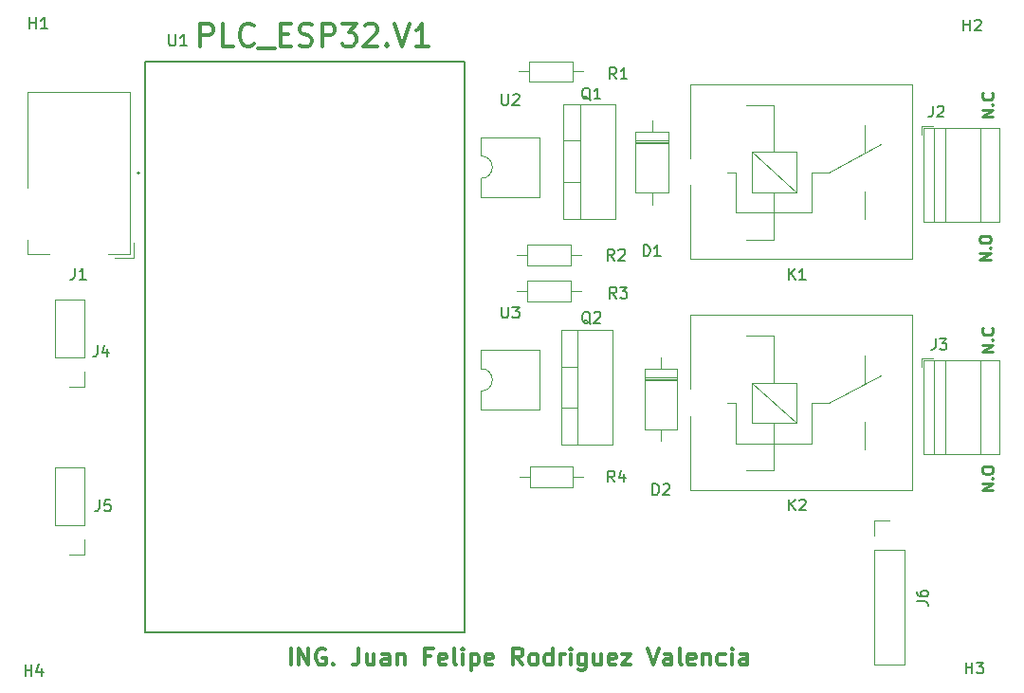
<source format=gbr>
%TF.GenerationSoftware,KiCad,Pcbnew,8.0.4+dfsg-1*%
%TF.CreationDate,2024-09-04T10:49:28-05:00*%
%TF.ProjectId,GreenHouse_automation,47726565-6e48-46f7-9573-655f6175746f,rev?*%
%TF.SameCoordinates,Original*%
%TF.FileFunction,Legend,Top*%
%TF.FilePolarity,Positive*%
%FSLAX46Y46*%
G04 Gerber Fmt 4.6, Leading zero omitted, Abs format (unit mm)*
G04 Created by KiCad (PCBNEW 8.0.4+dfsg-1) date 2024-09-04 10:49:28*
%MOMM*%
%LPD*%
G01*
G04 APERTURE LIST*
%ADD10C,0.250000*%
%ADD11C,0.300000*%
%ADD12C,0.150000*%
%ADD13C,0.120000*%
%ADD14C,0.127000*%
%ADD15C,0.200000*%
G04 APERTURE END LIST*
D10*
X88664619Y-30397431D02*
X87664619Y-30397431D01*
X87664619Y-30397431D02*
X88664619Y-29826003D01*
X88664619Y-29826003D02*
X87664619Y-29826003D01*
X88569380Y-29349812D02*
X88617000Y-29302193D01*
X88617000Y-29302193D02*
X88664619Y-29349812D01*
X88664619Y-29349812D02*
X88617000Y-29397431D01*
X88617000Y-29397431D02*
X88569380Y-29349812D01*
X88569380Y-29349812D02*
X88664619Y-29349812D01*
X88569380Y-28302194D02*
X88617000Y-28349813D01*
X88617000Y-28349813D02*
X88664619Y-28492670D01*
X88664619Y-28492670D02*
X88664619Y-28587908D01*
X88664619Y-28587908D02*
X88617000Y-28730765D01*
X88617000Y-28730765D02*
X88521761Y-28826003D01*
X88521761Y-28826003D02*
X88426523Y-28873622D01*
X88426523Y-28873622D02*
X88236047Y-28921241D01*
X88236047Y-28921241D02*
X88093190Y-28921241D01*
X88093190Y-28921241D02*
X87902714Y-28873622D01*
X87902714Y-28873622D02*
X87807476Y-28826003D01*
X87807476Y-28826003D02*
X87712238Y-28730765D01*
X87712238Y-28730765D02*
X87664619Y-28587908D01*
X87664619Y-28587908D02*
X87664619Y-28492670D01*
X87664619Y-28492670D02*
X87712238Y-28349813D01*
X87712238Y-28349813D02*
X87759857Y-28302194D01*
X88664619Y-9397431D02*
X87664619Y-9397431D01*
X87664619Y-9397431D02*
X88664619Y-8826003D01*
X88664619Y-8826003D02*
X87664619Y-8826003D01*
X88569380Y-8349812D02*
X88617000Y-8302193D01*
X88617000Y-8302193D02*
X88664619Y-8349812D01*
X88664619Y-8349812D02*
X88617000Y-8397431D01*
X88617000Y-8397431D02*
X88569380Y-8349812D01*
X88569380Y-8349812D02*
X88664619Y-8349812D01*
X88569380Y-7302194D02*
X88617000Y-7349813D01*
X88617000Y-7349813D02*
X88664619Y-7492670D01*
X88664619Y-7492670D02*
X88664619Y-7587908D01*
X88664619Y-7587908D02*
X88617000Y-7730765D01*
X88617000Y-7730765D02*
X88521761Y-7826003D01*
X88521761Y-7826003D02*
X88426523Y-7873622D01*
X88426523Y-7873622D02*
X88236047Y-7921241D01*
X88236047Y-7921241D02*
X88093190Y-7921241D01*
X88093190Y-7921241D02*
X87902714Y-7873622D01*
X87902714Y-7873622D02*
X87807476Y-7826003D01*
X87807476Y-7826003D02*
X87712238Y-7730765D01*
X87712238Y-7730765D02*
X87664619Y-7587908D01*
X87664619Y-7587908D02*
X87664619Y-7492670D01*
X87664619Y-7492670D02*
X87712238Y-7349813D01*
X87712238Y-7349813D02*
X87759857Y-7302194D01*
X88464619Y-22197431D02*
X87464619Y-22197431D01*
X87464619Y-22197431D02*
X88464619Y-21626003D01*
X88464619Y-21626003D02*
X87464619Y-21626003D01*
X88369380Y-21149812D02*
X88417000Y-21102193D01*
X88417000Y-21102193D02*
X88464619Y-21149812D01*
X88464619Y-21149812D02*
X88417000Y-21197431D01*
X88417000Y-21197431D02*
X88369380Y-21149812D01*
X88369380Y-21149812D02*
X88464619Y-21149812D01*
X87464619Y-20483146D02*
X87464619Y-20292670D01*
X87464619Y-20292670D02*
X87512238Y-20197432D01*
X87512238Y-20197432D02*
X87607476Y-20102194D01*
X87607476Y-20102194D02*
X87797952Y-20054575D01*
X87797952Y-20054575D02*
X88131285Y-20054575D01*
X88131285Y-20054575D02*
X88321761Y-20102194D01*
X88321761Y-20102194D02*
X88417000Y-20197432D01*
X88417000Y-20197432D02*
X88464619Y-20292670D01*
X88464619Y-20292670D02*
X88464619Y-20483146D01*
X88464619Y-20483146D02*
X88417000Y-20578384D01*
X88417000Y-20578384D02*
X88321761Y-20673622D01*
X88321761Y-20673622D02*
X88131285Y-20721241D01*
X88131285Y-20721241D02*
X87797952Y-20721241D01*
X87797952Y-20721241D02*
X87607476Y-20673622D01*
X87607476Y-20673622D02*
X87512238Y-20578384D01*
X87512238Y-20578384D02*
X87464619Y-20483146D01*
D11*
X25954510Y-58400828D02*
X25954510Y-56900828D01*
X26668796Y-58400828D02*
X26668796Y-56900828D01*
X26668796Y-56900828D02*
X27525939Y-58400828D01*
X27525939Y-58400828D02*
X27525939Y-56900828D01*
X29025940Y-56972257D02*
X28883083Y-56900828D01*
X28883083Y-56900828D02*
X28668797Y-56900828D01*
X28668797Y-56900828D02*
X28454511Y-56972257D01*
X28454511Y-56972257D02*
X28311654Y-57115114D01*
X28311654Y-57115114D02*
X28240225Y-57257971D01*
X28240225Y-57257971D02*
X28168797Y-57543685D01*
X28168797Y-57543685D02*
X28168797Y-57757971D01*
X28168797Y-57757971D02*
X28240225Y-58043685D01*
X28240225Y-58043685D02*
X28311654Y-58186542D01*
X28311654Y-58186542D02*
X28454511Y-58329400D01*
X28454511Y-58329400D02*
X28668797Y-58400828D01*
X28668797Y-58400828D02*
X28811654Y-58400828D01*
X28811654Y-58400828D02*
X29025940Y-58329400D01*
X29025940Y-58329400D02*
X29097368Y-58257971D01*
X29097368Y-58257971D02*
X29097368Y-57757971D01*
X29097368Y-57757971D02*
X28811654Y-57757971D01*
X29740225Y-58257971D02*
X29811654Y-58329400D01*
X29811654Y-58329400D02*
X29740225Y-58400828D01*
X29740225Y-58400828D02*
X29668797Y-58329400D01*
X29668797Y-58329400D02*
X29740225Y-58257971D01*
X29740225Y-58257971D02*
X29740225Y-58400828D01*
X32025940Y-56900828D02*
X32025940Y-57972257D01*
X32025940Y-57972257D02*
X31954511Y-58186542D01*
X31954511Y-58186542D02*
X31811654Y-58329400D01*
X31811654Y-58329400D02*
X31597368Y-58400828D01*
X31597368Y-58400828D02*
X31454511Y-58400828D01*
X33383083Y-57400828D02*
X33383083Y-58400828D01*
X32740225Y-57400828D02*
X32740225Y-58186542D01*
X32740225Y-58186542D02*
X32811654Y-58329400D01*
X32811654Y-58329400D02*
X32954511Y-58400828D01*
X32954511Y-58400828D02*
X33168797Y-58400828D01*
X33168797Y-58400828D02*
X33311654Y-58329400D01*
X33311654Y-58329400D02*
X33383083Y-58257971D01*
X34740226Y-58400828D02*
X34740226Y-57615114D01*
X34740226Y-57615114D02*
X34668797Y-57472257D01*
X34668797Y-57472257D02*
X34525940Y-57400828D01*
X34525940Y-57400828D02*
X34240226Y-57400828D01*
X34240226Y-57400828D02*
X34097368Y-57472257D01*
X34740226Y-58329400D02*
X34597368Y-58400828D01*
X34597368Y-58400828D02*
X34240226Y-58400828D01*
X34240226Y-58400828D02*
X34097368Y-58329400D01*
X34097368Y-58329400D02*
X34025940Y-58186542D01*
X34025940Y-58186542D02*
X34025940Y-58043685D01*
X34025940Y-58043685D02*
X34097368Y-57900828D01*
X34097368Y-57900828D02*
X34240226Y-57829400D01*
X34240226Y-57829400D02*
X34597368Y-57829400D01*
X34597368Y-57829400D02*
X34740226Y-57757971D01*
X35454511Y-57400828D02*
X35454511Y-58400828D01*
X35454511Y-57543685D02*
X35525940Y-57472257D01*
X35525940Y-57472257D02*
X35668797Y-57400828D01*
X35668797Y-57400828D02*
X35883083Y-57400828D01*
X35883083Y-57400828D02*
X36025940Y-57472257D01*
X36025940Y-57472257D02*
X36097369Y-57615114D01*
X36097369Y-57615114D02*
X36097369Y-58400828D01*
X38454511Y-57615114D02*
X37954511Y-57615114D01*
X37954511Y-58400828D02*
X37954511Y-56900828D01*
X37954511Y-56900828D02*
X38668797Y-56900828D01*
X39811654Y-58329400D02*
X39668797Y-58400828D01*
X39668797Y-58400828D02*
X39383083Y-58400828D01*
X39383083Y-58400828D02*
X39240225Y-58329400D01*
X39240225Y-58329400D02*
X39168797Y-58186542D01*
X39168797Y-58186542D02*
X39168797Y-57615114D01*
X39168797Y-57615114D02*
X39240225Y-57472257D01*
X39240225Y-57472257D02*
X39383083Y-57400828D01*
X39383083Y-57400828D02*
X39668797Y-57400828D01*
X39668797Y-57400828D02*
X39811654Y-57472257D01*
X39811654Y-57472257D02*
X39883083Y-57615114D01*
X39883083Y-57615114D02*
X39883083Y-57757971D01*
X39883083Y-57757971D02*
X39168797Y-57900828D01*
X40740225Y-58400828D02*
X40597368Y-58329400D01*
X40597368Y-58329400D02*
X40525939Y-58186542D01*
X40525939Y-58186542D02*
X40525939Y-56900828D01*
X41311653Y-58400828D02*
X41311653Y-57400828D01*
X41311653Y-56900828D02*
X41240225Y-56972257D01*
X41240225Y-56972257D02*
X41311653Y-57043685D01*
X41311653Y-57043685D02*
X41383082Y-56972257D01*
X41383082Y-56972257D02*
X41311653Y-56900828D01*
X41311653Y-56900828D02*
X41311653Y-57043685D01*
X42025939Y-57400828D02*
X42025939Y-58900828D01*
X42025939Y-57472257D02*
X42168797Y-57400828D01*
X42168797Y-57400828D02*
X42454511Y-57400828D01*
X42454511Y-57400828D02*
X42597368Y-57472257D01*
X42597368Y-57472257D02*
X42668797Y-57543685D01*
X42668797Y-57543685D02*
X42740225Y-57686542D01*
X42740225Y-57686542D02*
X42740225Y-58115114D01*
X42740225Y-58115114D02*
X42668797Y-58257971D01*
X42668797Y-58257971D02*
X42597368Y-58329400D01*
X42597368Y-58329400D02*
X42454511Y-58400828D01*
X42454511Y-58400828D02*
X42168797Y-58400828D01*
X42168797Y-58400828D02*
X42025939Y-58329400D01*
X43954511Y-58329400D02*
X43811654Y-58400828D01*
X43811654Y-58400828D02*
X43525940Y-58400828D01*
X43525940Y-58400828D02*
X43383082Y-58329400D01*
X43383082Y-58329400D02*
X43311654Y-58186542D01*
X43311654Y-58186542D02*
X43311654Y-57615114D01*
X43311654Y-57615114D02*
X43383082Y-57472257D01*
X43383082Y-57472257D02*
X43525940Y-57400828D01*
X43525940Y-57400828D02*
X43811654Y-57400828D01*
X43811654Y-57400828D02*
X43954511Y-57472257D01*
X43954511Y-57472257D02*
X44025940Y-57615114D01*
X44025940Y-57615114D02*
X44025940Y-57757971D01*
X44025940Y-57757971D02*
X43311654Y-57900828D01*
X46668796Y-58400828D02*
X46168796Y-57686542D01*
X45811653Y-58400828D02*
X45811653Y-56900828D01*
X45811653Y-56900828D02*
X46383082Y-56900828D01*
X46383082Y-56900828D02*
X46525939Y-56972257D01*
X46525939Y-56972257D02*
X46597368Y-57043685D01*
X46597368Y-57043685D02*
X46668796Y-57186542D01*
X46668796Y-57186542D02*
X46668796Y-57400828D01*
X46668796Y-57400828D02*
X46597368Y-57543685D01*
X46597368Y-57543685D02*
X46525939Y-57615114D01*
X46525939Y-57615114D02*
X46383082Y-57686542D01*
X46383082Y-57686542D02*
X45811653Y-57686542D01*
X47525939Y-58400828D02*
X47383082Y-58329400D01*
X47383082Y-58329400D02*
X47311653Y-58257971D01*
X47311653Y-58257971D02*
X47240225Y-58115114D01*
X47240225Y-58115114D02*
X47240225Y-57686542D01*
X47240225Y-57686542D02*
X47311653Y-57543685D01*
X47311653Y-57543685D02*
X47383082Y-57472257D01*
X47383082Y-57472257D02*
X47525939Y-57400828D01*
X47525939Y-57400828D02*
X47740225Y-57400828D01*
X47740225Y-57400828D02*
X47883082Y-57472257D01*
X47883082Y-57472257D02*
X47954511Y-57543685D01*
X47954511Y-57543685D02*
X48025939Y-57686542D01*
X48025939Y-57686542D02*
X48025939Y-58115114D01*
X48025939Y-58115114D02*
X47954511Y-58257971D01*
X47954511Y-58257971D02*
X47883082Y-58329400D01*
X47883082Y-58329400D02*
X47740225Y-58400828D01*
X47740225Y-58400828D02*
X47525939Y-58400828D01*
X49311654Y-58400828D02*
X49311654Y-56900828D01*
X49311654Y-58329400D02*
X49168796Y-58400828D01*
X49168796Y-58400828D02*
X48883082Y-58400828D01*
X48883082Y-58400828D02*
X48740225Y-58329400D01*
X48740225Y-58329400D02*
X48668796Y-58257971D01*
X48668796Y-58257971D02*
X48597368Y-58115114D01*
X48597368Y-58115114D02*
X48597368Y-57686542D01*
X48597368Y-57686542D02*
X48668796Y-57543685D01*
X48668796Y-57543685D02*
X48740225Y-57472257D01*
X48740225Y-57472257D02*
X48883082Y-57400828D01*
X48883082Y-57400828D02*
X49168796Y-57400828D01*
X49168796Y-57400828D02*
X49311654Y-57472257D01*
X50025939Y-58400828D02*
X50025939Y-57400828D01*
X50025939Y-57686542D02*
X50097368Y-57543685D01*
X50097368Y-57543685D02*
X50168797Y-57472257D01*
X50168797Y-57472257D02*
X50311654Y-57400828D01*
X50311654Y-57400828D02*
X50454511Y-57400828D01*
X50954510Y-58400828D02*
X50954510Y-57400828D01*
X50954510Y-56900828D02*
X50883082Y-56972257D01*
X50883082Y-56972257D02*
X50954510Y-57043685D01*
X50954510Y-57043685D02*
X51025939Y-56972257D01*
X51025939Y-56972257D02*
X50954510Y-56900828D01*
X50954510Y-56900828D02*
X50954510Y-57043685D01*
X52311654Y-57400828D02*
X52311654Y-58615114D01*
X52311654Y-58615114D02*
X52240225Y-58757971D01*
X52240225Y-58757971D02*
X52168796Y-58829400D01*
X52168796Y-58829400D02*
X52025939Y-58900828D01*
X52025939Y-58900828D02*
X51811654Y-58900828D01*
X51811654Y-58900828D02*
X51668796Y-58829400D01*
X52311654Y-58329400D02*
X52168796Y-58400828D01*
X52168796Y-58400828D02*
X51883082Y-58400828D01*
X51883082Y-58400828D02*
X51740225Y-58329400D01*
X51740225Y-58329400D02*
X51668796Y-58257971D01*
X51668796Y-58257971D02*
X51597368Y-58115114D01*
X51597368Y-58115114D02*
X51597368Y-57686542D01*
X51597368Y-57686542D02*
X51668796Y-57543685D01*
X51668796Y-57543685D02*
X51740225Y-57472257D01*
X51740225Y-57472257D02*
X51883082Y-57400828D01*
X51883082Y-57400828D02*
X52168796Y-57400828D01*
X52168796Y-57400828D02*
X52311654Y-57472257D01*
X53668797Y-57400828D02*
X53668797Y-58400828D01*
X53025939Y-57400828D02*
X53025939Y-58186542D01*
X53025939Y-58186542D02*
X53097368Y-58329400D01*
X53097368Y-58329400D02*
X53240225Y-58400828D01*
X53240225Y-58400828D02*
X53454511Y-58400828D01*
X53454511Y-58400828D02*
X53597368Y-58329400D01*
X53597368Y-58329400D02*
X53668797Y-58257971D01*
X54954511Y-58329400D02*
X54811654Y-58400828D01*
X54811654Y-58400828D02*
X54525940Y-58400828D01*
X54525940Y-58400828D02*
X54383082Y-58329400D01*
X54383082Y-58329400D02*
X54311654Y-58186542D01*
X54311654Y-58186542D02*
X54311654Y-57615114D01*
X54311654Y-57615114D02*
X54383082Y-57472257D01*
X54383082Y-57472257D02*
X54525940Y-57400828D01*
X54525940Y-57400828D02*
X54811654Y-57400828D01*
X54811654Y-57400828D02*
X54954511Y-57472257D01*
X54954511Y-57472257D02*
X55025940Y-57615114D01*
X55025940Y-57615114D02*
X55025940Y-57757971D01*
X55025940Y-57757971D02*
X54311654Y-57900828D01*
X55525939Y-57400828D02*
X56311654Y-57400828D01*
X56311654Y-57400828D02*
X55525939Y-58400828D01*
X55525939Y-58400828D02*
X56311654Y-58400828D01*
X57811654Y-56900828D02*
X58311654Y-58400828D01*
X58311654Y-58400828D02*
X58811654Y-56900828D01*
X59954511Y-58400828D02*
X59954511Y-57615114D01*
X59954511Y-57615114D02*
X59883082Y-57472257D01*
X59883082Y-57472257D02*
X59740225Y-57400828D01*
X59740225Y-57400828D02*
X59454511Y-57400828D01*
X59454511Y-57400828D02*
X59311653Y-57472257D01*
X59954511Y-58329400D02*
X59811653Y-58400828D01*
X59811653Y-58400828D02*
X59454511Y-58400828D01*
X59454511Y-58400828D02*
X59311653Y-58329400D01*
X59311653Y-58329400D02*
X59240225Y-58186542D01*
X59240225Y-58186542D02*
X59240225Y-58043685D01*
X59240225Y-58043685D02*
X59311653Y-57900828D01*
X59311653Y-57900828D02*
X59454511Y-57829400D01*
X59454511Y-57829400D02*
X59811653Y-57829400D01*
X59811653Y-57829400D02*
X59954511Y-57757971D01*
X60883082Y-58400828D02*
X60740225Y-58329400D01*
X60740225Y-58329400D02*
X60668796Y-58186542D01*
X60668796Y-58186542D02*
X60668796Y-56900828D01*
X62025939Y-58329400D02*
X61883082Y-58400828D01*
X61883082Y-58400828D02*
X61597368Y-58400828D01*
X61597368Y-58400828D02*
X61454510Y-58329400D01*
X61454510Y-58329400D02*
X61383082Y-58186542D01*
X61383082Y-58186542D02*
X61383082Y-57615114D01*
X61383082Y-57615114D02*
X61454510Y-57472257D01*
X61454510Y-57472257D02*
X61597368Y-57400828D01*
X61597368Y-57400828D02*
X61883082Y-57400828D01*
X61883082Y-57400828D02*
X62025939Y-57472257D01*
X62025939Y-57472257D02*
X62097368Y-57615114D01*
X62097368Y-57615114D02*
X62097368Y-57757971D01*
X62097368Y-57757971D02*
X61383082Y-57900828D01*
X62740224Y-57400828D02*
X62740224Y-58400828D01*
X62740224Y-57543685D02*
X62811653Y-57472257D01*
X62811653Y-57472257D02*
X62954510Y-57400828D01*
X62954510Y-57400828D02*
X63168796Y-57400828D01*
X63168796Y-57400828D02*
X63311653Y-57472257D01*
X63311653Y-57472257D02*
X63383082Y-57615114D01*
X63383082Y-57615114D02*
X63383082Y-58400828D01*
X64740225Y-58329400D02*
X64597367Y-58400828D01*
X64597367Y-58400828D02*
X64311653Y-58400828D01*
X64311653Y-58400828D02*
X64168796Y-58329400D01*
X64168796Y-58329400D02*
X64097367Y-58257971D01*
X64097367Y-58257971D02*
X64025939Y-58115114D01*
X64025939Y-58115114D02*
X64025939Y-57686542D01*
X64025939Y-57686542D02*
X64097367Y-57543685D01*
X64097367Y-57543685D02*
X64168796Y-57472257D01*
X64168796Y-57472257D02*
X64311653Y-57400828D01*
X64311653Y-57400828D02*
X64597367Y-57400828D01*
X64597367Y-57400828D02*
X64740225Y-57472257D01*
X65383081Y-58400828D02*
X65383081Y-57400828D01*
X65383081Y-56900828D02*
X65311653Y-56972257D01*
X65311653Y-56972257D02*
X65383081Y-57043685D01*
X65383081Y-57043685D02*
X65454510Y-56972257D01*
X65454510Y-56972257D02*
X65383081Y-56900828D01*
X65383081Y-56900828D02*
X65383081Y-57043685D01*
X66740225Y-58400828D02*
X66740225Y-57615114D01*
X66740225Y-57615114D02*
X66668796Y-57472257D01*
X66668796Y-57472257D02*
X66525939Y-57400828D01*
X66525939Y-57400828D02*
X66240225Y-57400828D01*
X66240225Y-57400828D02*
X66097367Y-57472257D01*
X66740225Y-58329400D02*
X66597367Y-58400828D01*
X66597367Y-58400828D02*
X66240225Y-58400828D01*
X66240225Y-58400828D02*
X66097367Y-58329400D01*
X66097367Y-58329400D02*
X66025939Y-58186542D01*
X66025939Y-58186542D02*
X66025939Y-58043685D01*
X66025939Y-58043685D02*
X66097367Y-57900828D01*
X66097367Y-57900828D02*
X66240225Y-57829400D01*
X66240225Y-57829400D02*
X66597367Y-57829400D01*
X66597367Y-57829400D02*
X66740225Y-57757971D01*
D10*
X88664619Y-42797431D02*
X87664619Y-42797431D01*
X87664619Y-42797431D02*
X88664619Y-42226003D01*
X88664619Y-42226003D02*
X87664619Y-42226003D01*
X88569380Y-41749812D02*
X88617000Y-41702193D01*
X88617000Y-41702193D02*
X88664619Y-41749812D01*
X88664619Y-41749812D02*
X88617000Y-41797431D01*
X88617000Y-41797431D02*
X88569380Y-41749812D01*
X88569380Y-41749812D02*
X88664619Y-41749812D01*
X87664619Y-41083146D02*
X87664619Y-40892670D01*
X87664619Y-40892670D02*
X87712238Y-40797432D01*
X87712238Y-40797432D02*
X87807476Y-40702194D01*
X87807476Y-40702194D02*
X87997952Y-40654575D01*
X87997952Y-40654575D02*
X88331285Y-40654575D01*
X88331285Y-40654575D02*
X88521761Y-40702194D01*
X88521761Y-40702194D02*
X88617000Y-40797432D01*
X88617000Y-40797432D02*
X88664619Y-40892670D01*
X88664619Y-40892670D02*
X88664619Y-41083146D01*
X88664619Y-41083146D02*
X88617000Y-41178384D01*
X88617000Y-41178384D02*
X88521761Y-41273622D01*
X88521761Y-41273622D02*
X88331285Y-41321241D01*
X88331285Y-41321241D02*
X87997952Y-41321241D01*
X87997952Y-41321241D02*
X87807476Y-41273622D01*
X87807476Y-41273622D02*
X87712238Y-41178384D01*
X87712238Y-41178384D02*
X87664619Y-41083146D01*
D11*
X17873558Y-3139638D02*
X17873558Y-1139638D01*
X17873558Y-1139638D02*
X18635463Y-1139638D01*
X18635463Y-1139638D02*
X18825939Y-1234876D01*
X18825939Y-1234876D02*
X18921177Y-1330114D01*
X18921177Y-1330114D02*
X19016415Y-1520590D01*
X19016415Y-1520590D02*
X19016415Y-1806304D01*
X19016415Y-1806304D02*
X18921177Y-1996780D01*
X18921177Y-1996780D02*
X18825939Y-2092019D01*
X18825939Y-2092019D02*
X18635463Y-2187257D01*
X18635463Y-2187257D02*
X17873558Y-2187257D01*
X20825939Y-3139638D02*
X19873558Y-3139638D01*
X19873558Y-3139638D02*
X19873558Y-1139638D01*
X22635463Y-2949161D02*
X22540225Y-3044400D01*
X22540225Y-3044400D02*
X22254511Y-3139638D01*
X22254511Y-3139638D02*
X22064035Y-3139638D01*
X22064035Y-3139638D02*
X21778320Y-3044400D01*
X21778320Y-3044400D02*
X21587844Y-2853923D01*
X21587844Y-2853923D02*
X21492606Y-2663447D01*
X21492606Y-2663447D02*
X21397368Y-2282495D01*
X21397368Y-2282495D02*
X21397368Y-1996780D01*
X21397368Y-1996780D02*
X21492606Y-1615828D01*
X21492606Y-1615828D02*
X21587844Y-1425352D01*
X21587844Y-1425352D02*
X21778320Y-1234876D01*
X21778320Y-1234876D02*
X22064035Y-1139638D01*
X22064035Y-1139638D02*
X22254511Y-1139638D01*
X22254511Y-1139638D02*
X22540225Y-1234876D01*
X22540225Y-1234876D02*
X22635463Y-1330114D01*
X23016416Y-3330114D02*
X24540225Y-3330114D01*
X25016416Y-2092019D02*
X25683083Y-2092019D01*
X25968797Y-3139638D02*
X25016416Y-3139638D01*
X25016416Y-3139638D02*
X25016416Y-1139638D01*
X25016416Y-1139638D02*
X25968797Y-1139638D01*
X26730702Y-3044400D02*
X27016416Y-3139638D01*
X27016416Y-3139638D02*
X27492607Y-3139638D01*
X27492607Y-3139638D02*
X27683083Y-3044400D01*
X27683083Y-3044400D02*
X27778321Y-2949161D01*
X27778321Y-2949161D02*
X27873559Y-2758685D01*
X27873559Y-2758685D02*
X27873559Y-2568209D01*
X27873559Y-2568209D02*
X27778321Y-2377733D01*
X27778321Y-2377733D02*
X27683083Y-2282495D01*
X27683083Y-2282495D02*
X27492607Y-2187257D01*
X27492607Y-2187257D02*
X27111654Y-2092019D01*
X27111654Y-2092019D02*
X26921178Y-1996780D01*
X26921178Y-1996780D02*
X26825940Y-1901542D01*
X26825940Y-1901542D02*
X26730702Y-1711066D01*
X26730702Y-1711066D02*
X26730702Y-1520590D01*
X26730702Y-1520590D02*
X26825940Y-1330114D01*
X26825940Y-1330114D02*
X26921178Y-1234876D01*
X26921178Y-1234876D02*
X27111654Y-1139638D01*
X27111654Y-1139638D02*
X27587845Y-1139638D01*
X27587845Y-1139638D02*
X27873559Y-1234876D01*
X28730702Y-3139638D02*
X28730702Y-1139638D01*
X28730702Y-1139638D02*
X29492607Y-1139638D01*
X29492607Y-1139638D02*
X29683083Y-1234876D01*
X29683083Y-1234876D02*
X29778321Y-1330114D01*
X29778321Y-1330114D02*
X29873559Y-1520590D01*
X29873559Y-1520590D02*
X29873559Y-1806304D01*
X29873559Y-1806304D02*
X29778321Y-1996780D01*
X29778321Y-1996780D02*
X29683083Y-2092019D01*
X29683083Y-2092019D02*
X29492607Y-2187257D01*
X29492607Y-2187257D02*
X28730702Y-2187257D01*
X30540226Y-1139638D02*
X31778321Y-1139638D01*
X31778321Y-1139638D02*
X31111654Y-1901542D01*
X31111654Y-1901542D02*
X31397369Y-1901542D01*
X31397369Y-1901542D02*
X31587845Y-1996780D01*
X31587845Y-1996780D02*
X31683083Y-2092019D01*
X31683083Y-2092019D02*
X31778321Y-2282495D01*
X31778321Y-2282495D02*
X31778321Y-2758685D01*
X31778321Y-2758685D02*
X31683083Y-2949161D01*
X31683083Y-2949161D02*
X31587845Y-3044400D01*
X31587845Y-3044400D02*
X31397369Y-3139638D01*
X31397369Y-3139638D02*
X30825940Y-3139638D01*
X30825940Y-3139638D02*
X30635464Y-3044400D01*
X30635464Y-3044400D02*
X30540226Y-2949161D01*
X32540226Y-1330114D02*
X32635464Y-1234876D01*
X32635464Y-1234876D02*
X32825940Y-1139638D01*
X32825940Y-1139638D02*
X33302131Y-1139638D01*
X33302131Y-1139638D02*
X33492607Y-1234876D01*
X33492607Y-1234876D02*
X33587845Y-1330114D01*
X33587845Y-1330114D02*
X33683083Y-1520590D01*
X33683083Y-1520590D02*
X33683083Y-1711066D01*
X33683083Y-1711066D02*
X33587845Y-1996780D01*
X33587845Y-1996780D02*
X32444988Y-3139638D01*
X32444988Y-3139638D02*
X33683083Y-3139638D01*
X34540226Y-2949161D02*
X34635464Y-3044400D01*
X34635464Y-3044400D02*
X34540226Y-3139638D01*
X34540226Y-3139638D02*
X34444988Y-3044400D01*
X34444988Y-3044400D02*
X34540226Y-2949161D01*
X34540226Y-2949161D02*
X34540226Y-3139638D01*
X35206893Y-1139638D02*
X35873559Y-3139638D01*
X35873559Y-3139638D02*
X36540226Y-1139638D01*
X38254512Y-3139638D02*
X37111655Y-3139638D01*
X37683083Y-3139638D02*
X37683083Y-1139638D01*
X37683083Y-1139638D02*
X37492607Y-1425352D01*
X37492607Y-1425352D02*
X37302131Y-1615828D01*
X37302131Y-1615828D02*
X37111655Y-1711066D01*
D12*
X86238095Y-59154819D02*
X86238095Y-58154819D01*
X86238095Y-58631009D02*
X86809523Y-58631009D01*
X86809523Y-59154819D02*
X86809523Y-58154819D01*
X87190476Y-58154819D02*
X87809523Y-58154819D01*
X87809523Y-58154819D02*
X87476190Y-58535771D01*
X87476190Y-58535771D02*
X87619047Y-58535771D01*
X87619047Y-58535771D02*
X87714285Y-58583390D01*
X87714285Y-58583390D02*
X87761904Y-58631009D01*
X87761904Y-58631009D02*
X87809523Y-58726247D01*
X87809523Y-58726247D02*
X87809523Y-58964342D01*
X87809523Y-58964342D02*
X87761904Y-59059580D01*
X87761904Y-59059580D02*
X87714285Y-59107200D01*
X87714285Y-59107200D02*
X87619047Y-59154819D01*
X87619047Y-59154819D02*
X87333333Y-59154819D01*
X87333333Y-59154819D02*
X87238095Y-59107200D01*
X87238095Y-59107200D02*
X87190476Y-59059580D01*
X2238095Y-59354819D02*
X2238095Y-58354819D01*
X2238095Y-58831009D02*
X2809523Y-58831009D01*
X2809523Y-59354819D02*
X2809523Y-58354819D01*
X3714285Y-58688152D02*
X3714285Y-59354819D01*
X3476190Y-58307200D02*
X3238095Y-59021485D01*
X3238095Y-59021485D02*
X3857142Y-59021485D01*
X81854819Y-52733333D02*
X82569104Y-52733333D01*
X82569104Y-52733333D02*
X82711961Y-52780952D01*
X82711961Y-52780952D02*
X82807200Y-52876190D01*
X82807200Y-52876190D02*
X82854819Y-53019047D01*
X82854819Y-53019047D02*
X82854819Y-53114285D01*
X81854819Y-51828571D02*
X81854819Y-52019047D01*
X81854819Y-52019047D02*
X81902438Y-52114285D01*
X81902438Y-52114285D02*
X81950057Y-52161904D01*
X81950057Y-52161904D02*
X82092914Y-52257142D01*
X82092914Y-52257142D02*
X82283390Y-52304761D01*
X82283390Y-52304761D02*
X82664342Y-52304761D01*
X82664342Y-52304761D02*
X82759580Y-52257142D01*
X82759580Y-52257142D02*
X82807200Y-52209523D01*
X82807200Y-52209523D02*
X82854819Y-52114285D01*
X82854819Y-52114285D02*
X82854819Y-51923809D01*
X82854819Y-51923809D02*
X82807200Y-51828571D01*
X82807200Y-51828571D02*
X82759580Y-51780952D01*
X82759580Y-51780952D02*
X82664342Y-51733333D01*
X82664342Y-51733333D02*
X82426247Y-51733333D01*
X82426247Y-51733333D02*
X82331009Y-51780952D01*
X82331009Y-51780952D02*
X82283390Y-51828571D01*
X82283390Y-51828571D02*
X82235771Y-51923809D01*
X82235771Y-51923809D02*
X82235771Y-52114285D01*
X82235771Y-52114285D02*
X82283390Y-52209523D01*
X82283390Y-52209523D02*
X82331009Y-52257142D01*
X82331009Y-52257142D02*
X82426247Y-52304761D01*
X83516666Y-29244819D02*
X83516666Y-29959104D01*
X83516666Y-29959104D02*
X83469047Y-30101961D01*
X83469047Y-30101961D02*
X83373809Y-30197200D01*
X83373809Y-30197200D02*
X83230952Y-30244819D01*
X83230952Y-30244819D02*
X83135714Y-30244819D01*
X83897619Y-29244819D02*
X84516666Y-29244819D01*
X84516666Y-29244819D02*
X84183333Y-29625771D01*
X84183333Y-29625771D02*
X84326190Y-29625771D01*
X84326190Y-29625771D02*
X84421428Y-29673390D01*
X84421428Y-29673390D02*
X84469047Y-29721009D01*
X84469047Y-29721009D02*
X84516666Y-29816247D01*
X84516666Y-29816247D02*
X84516666Y-30054342D01*
X84516666Y-30054342D02*
X84469047Y-30149580D01*
X84469047Y-30149580D02*
X84421428Y-30197200D01*
X84421428Y-30197200D02*
X84326190Y-30244819D01*
X84326190Y-30244819D02*
X84040476Y-30244819D01*
X84040476Y-30244819D02*
X83945238Y-30197200D01*
X83945238Y-30197200D02*
X83897619Y-30149580D01*
X44788095Y-26404819D02*
X44788095Y-27214342D01*
X44788095Y-27214342D02*
X44835714Y-27309580D01*
X44835714Y-27309580D02*
X44883333Y-27357200D01*
X44883333Y-27357200D02*
X44978571Y-27404819D01*
X44978571Y-27404819D02*
X45169047Y-27404819D01*
X45169047Y-27404819D02*
X45264285Y-27357200D01*
X45264285Y-27357200D02*
X45311904Y-27309580D01*
X45311904Y-27309580D02*
X45359523Y-27214342D01*
X45359523Y-27214342D02*
X45359523Y-26404819D01*
X45740476Y-26404819D02*
X46359523Y-26404819D01*
X46359523Y-26404819D02*
X46026190Y-26785771D01*
X46026190Y-26785771D02*
X46169047Y-26785771D01*
X46169047Y-26785771D02*
X46264285Y-26833390D01*
X46264285Y-26833390D02*
X46311904Y-26881009D01*
X46311904Y-26881009D02*
X46359523Y-26976247D01*
X46359523Y-26976247D02*
X46359523Y-27214342D01*
X46359523Y-27214342D02*
X46311904Y-27309580D01*
X46311904Y-27309580D02*
X46264285Y-27357200D01*
X46264285Y-27357200D02*
X46169047Y-27404819D01*
X46169047Y-27404819D02*
X45883333Y-27404819D01*
X45883333Y-27404819D02*
X45788095Y-27357200D01*
X45788095Y-27357200D02*
X45740476Y-27309580D01*
X70411905Y-24004819D02*
X70411905Y-23004819D01*
X70983333Y-24004819D02*
X70554762Y-23433390D01*
X70983333Y-23004819D02*
X70411905Y-23576247D01*
X71935714Y-24004819D02*
X71364286Y-24004819D01*
X71650000Y-24004819D02*
X71650000Y-23004819D01*
X71650000Y-23004819D02*
X71554762Y-23147676D01*
X71554762Y-23147676D02*
X71459524Y-23242914D01*
X71459524Y-23242914D02*
X71364286Y-23290533D01*
X55033333Y-25654819D02*
X54700000Y-25178628D01*
X54461905Y-25654819D02*
X54461905Y-24654819D01*
X54461905Y-24654819D02*
X54842857Y-24654819D01*
X54842857Y-24654819D02*
X54938095Y-24702438D01*
X54938095Y-24702438D02*
X54985714Y-24750057D01*
X54985714Y-24750057D02*
X55033333Y-24845295D01*
X55033333Y-24845295D02*
X55033333Y-24988152D01*
X55033333Y-24988152D02*
X54985714Y-25083390D01*
X54985714Y-25083390D02*
X54938095Y-25131009D01*
X54938095Y-25131009D02*
X54842857Y-25178628D01*
X54842857Y-25178628D02*
X54461905Y-25178628D01*
X55366667Y-24654819D02*
X55985714Y-24654819D01*
X55985714Y-24654819D02*
X55652381Y-25035771D01*
X55652381Y-25035771D02*
X55795238Y-25035771D01*
X55795238Y-25035771D02*
X55890476Y-25083390D01*
X55890476Y-25083390D02*
X55938095Y-25131009D01*
X55938095Y-25131009D02*
X55985714Y-25226247D01*
X55985714Y-25226247D02*
X55985714Y-25464342D01*
X55985714Y-25464342D02*
X55938095Y-25559580D01*
X55938095Y-25559580D02*
X55890476Y-25607200D01*
X55890476Y-25607200D02*
X55795238Y-25654819D01*
X55795238Y-25654819D02*
X55509524Y-25654819D01*
X55509524Y-25654819D02*
X55414286Y-25607200D01*
X55414286Y-25607200D02*
X55366667Y-25559580D01*
X57461905Y-21894819D02*
X57461905Y-20894819D01*
X57461905Y-20894819D02*
X57700000Y-20894819D01*
X57700000Y-20894819D02*
X57842857Y-20942438D01*
X57842857Y-20942438D02*
X57938095Y-21037676D01*
X57938095Y-21037676D02*
X57985714Y-21132914D01*
X57985714Y-21132914D02*
X58033333Y-21323390D01*
X58033333Y-21323390D02*
X58033333Y-21466247D01*
X58033333Y-21466247D02*
X57985714Y-21656723D01*
X57985714Y-21656723D02*
X57938095Y-21751961D01*
X57938095Y-21751961D02*
X57842857Y-21847200D01*
X57842857Y-21847200D02*
X57700000Y-21894819D01*
X57700000Y-21894819D02*
X57461905Y-21894819D01*
X58985714Y-21894819D02*
X58414286Y-21894819D01*
X58700000Y-21894819D02*
X58700000Y-20894819D01*
X58700000Y-20894819D02*
X58604762Y-21037676D01*
X58604762Y-21037676D02*
X58509524Y-21132914D01*
X58509524Y-21132914D02*
X58414286Y-21180533D01*
X54863333Y-42054819D02*
X54530000Y-41578628D01*
X54291905Y-42054819D02*
X54291905Y-41054819D01*
X54291905Y-41054819D02*
X54672857Y-41054819D01*
X54672857Y-41054819D02*
X54768095Y-41102438D01*
X54768095Y-41102438D02*
X54815714Y-41150057D01*
X54815714Y-41150057D02*
X54863333Y-41245295D01*
X54863333Y-41245295D02*
X54863333Y-41388152D01*
X54863333Y-41388152D02*
X54815714Y-41483390D01*
X54815714Y-41483390D02*
X54768095Y-41531009D01*
X54768095Y-41531009D02*
X54672857Y-41578628D01*
X54672857Y-41578628D02*
X54291905Y-41578628D01*
X55720476Y-41388152D02*
X55720476Y-42054819D01*
X55482381Y-41007200D02*
X55244286Y-41721485D01*
X55244286Y-41721485D02*
X55863333Y-41721485D01*
X8666666Y-29854819D02*
X8666666Y-30569104D01*
X8666666Y-30569104D02*
X8619047Y-30711961D01*
X8619047Y-30711961D02*
X8523809Y-30807200D01*
X8523809Y-30807200D02*
X8380952Y-30854819D01*
X8380952Y-30854819D02*
X8285714Y-30854819D01*
X9571428Y-30188152D02*
X9571428Y-30854819D01*
X9333333Y-29807200D02*
X9095238Y-30521485D01*
X9095238Y-30521485D02*
X9714285Y-30521485D01*
X52704761Y-7950057D02*
X52609523Y-7902438D01*
X52609523Y-7902438D02*
X52514285Y-7807200D01*
X52514285Y-7807200D02*
X52371428Y-7664342D01*
X52371428Y-7664342D02*
X52276190Y-7616723D01*
X52276190Y-7616723D02*
X52180952Y-7616723D01*
X52228571Y-7854819D02*
X52133333Y-7807200D01*
X52133333Y-7807200D02*
X52038095Y-7711961D01*
X52038095Y-7711961D02*
X51990476Y-7521485D01*
X51990476Y-7521485D02*
X51990476Y-7188152D01*
X51990476Y-7188152D02*
X52038095Y-6997676D01*
X52038095Y-6997676D02*
X52133333Y-6902438D01*
X52133333Y-6902438D02*
X52228571Y-6854819D01*
X52228571Y-6854819D02*
X52419047Y-6854819D01*
X52419047Y-6854819D02*
X52514285Y-6902438D01*
X52514285Y-6902438D02*
X52609523Y-6997676D01*
X52609523Y-6997676D02*
X52657142Y-7188152D01*
X52657142Y-7188152D02*
X52657142Y-7521485D01*
X52657142Y-7521485D02*
X52609523Y-7711961D01*
X52609523Y-7711961D02*
X52514285Y-7807200D01*
X52514285Y-7807200D02*
X52419047Y-7854819D01*
X52419047Y-7854819D02*
X52228571Y-7854819D01*
X53609523Y-7854819D02*
X53038095Y-7854819D01*
X53323809Y-7854819D02*
X53323809Y-6854819D01*
X53323809Y-6854819D02*
X53228571Y-6997676D01*
X53228571Y-6997676D02*
X53133333Y-7092914D01*
X53133333Y-7092914D02*
X53038095Y-7140533D01*
X44788095Y-7404819D02*
X44788095Y-8214342D01*
X44788095Y-8214342D02*
X44835714Y-8309580D01*
X44835714Y-8309580D02*
X44883333Y-8357200D01*
X44883333Y-8357200D02*
X44978571Y-8404819D01*
X44978571Y-8404819D02*
X45169047Y-8404819D01*
X45169047Y-8404819D02*
X45264285Y-8357200D01*
X45264285Y-8357200D02*
X45311904Y-8309580D01*
X45311904Y-8309580D02*
X45359523Y-8214342D01*
X45359523Y-8214342D02*
X45359523Y-7404819D01*
X45788095Y-7500057D02*
X45835714Y-7452438D01*
X45835714Y-7452438D02*
X45930952Y-7404819D01*
X45930952Y-7404819D02*
X46169047Y-7404819D01*
X46169047Y-7404819D02*
X46264285Y-7452438D01*
X46264285Y-7452438D02*
X46311904Y-7500057D01*
X46311904Y-7500057D02*
X46359523Y-7595295D01*
X46359523Y-7595295D02*
X46359523Y-7690533D01*
X46359523Y-7690533D02*
X46311904Y-7833390D01*
X46311904Y-7833390D02*
X45740476Y-8404819D01*
X45740476Y-8404819D02*
X46359523Y-8404819D01*
X86038095Y-1754819D02*
X86038095Y-754819D01*
X86038095Y-1231009D02*
X86609523Y-1231009D01*
X86609523Y-1754819D02*
X86609523Y-754819D01*
X87038095Y-850057D02*
X87085714Y-802438D01*
X87085714Y-802438D02*
X87180952Y-754819D01*
X87180952Y-754819D02*
X87419047Y-754819D01*
X87419047Y-754819D02*
X87514285Y-802438D01*
X87514285Y-802438D02*
X87561904Y-850057D01*
X87561904Y-850057D02*
X87609523Y-945295D01*
X87609523Y-945295D02*
X87609523Y-1040533D01*
X87609523Y-1040533D02*
X87561904Y-1183390D01*
X87561904Y-1183390D02*
X86990476Y-1754819D01*
X86990476Y-1754819D02*
X87609523Y-1754819D01*
X2638095Y-1554819D02*
X2638095Y-554819D01*
X2638095Y-1031009D02*
X3209523Y-1031009D01*
X3209523Y-1554819D02*
X3209523Y-554819D01*
X4209523Y-1554819D02*
X3638095Y-1554819D01*
X3923809Y-1554819D02*
X3923809Y-554819D01*
X3923809Y-554819D02*
X3828571Y-697676D01*
X3828571Y-697676D02*
X3733333Y-792914D01*
X3733333Y-792914D02*
X3638095Y-840533D01*
X54843333Y-22254819D02*
X54510000Y-21778628D01*
X54271905Y-22254819D02*
X54271905Y-21254819D01*
X54271905Y-21254819D02*
X54652857Y-21254819D01*
X54652857Y-21254819D02*
X54748095Y-21302438D01*
X54748095Y-21302438D02*
X54795714Y-21350057D01*
X54795714Y-21350057D02*
X54843333Y-21445295D01*
X54843333Y-21445295D02*
X54843333Y-21588152D01*
X54843333Y-21588152D02*
X54795714Y-21683390D01*
X54795714Y-21683390D02*
X54748095Y-21731009D01*
X54748095Y-21731009D02*
X54652857Y-21778628D01*
X54652857Y-21778628D02*
X54271905Y-21778628D01*
X55224286Y-21350057D02*
X55271905Y-21302438D01*
X55271905Y-21302438D02*
X55367143Y-21254819D01*
X55367143Y-21254819D02*
X55605238Y-21254819D01*
X55605238Y-21254819D02*
X55700476Y-21302438D01*
X55700476Y-21302438D02*
X55748095Y-21350057D01*
X55748095Y-21350057D02*
X55795714Y-21445295D01*
X55795714Y-21445295D02*
X55795714Y-21540533D01*
X55795714Y-21540533D02*
X55748095Y-21683390D01*
X55748095Y-21683390D02*
X55176667Y-22254819D01*
X55176667Y-22254819D02*
X55795714Y-22254819D01*
X8866666Y-43654819D02*
X8866666Y-44369104D01*
X8866666Y-44369104D02*
X8819047Y-44511961D01*
X8819047Y-44511961D02*
X8723809Y-44607200D01*
X8723809Y-44607200D02*
X8580952Y-44654819D01*
X8580952Y-44654819D02*
X8485714Y-44654819D01*
X9819047Y-43654819D02*
X9342857Y-43654819D01*
X9342857Y-43654819D02*
X9295238Y-44131009D01*
X9295238Y-44131009D02*
X9342857Y-44083390D01*
X9342857Y-44083390D02*
X9438095Y-44035771D01*
X9438095Y-44035771D02*
X9676190Y-44035771D01*
X9676190Y-44035771D02*
X9771428Y-44083390D01*
X9771428Y-44083390D02*
X9819047Y-44131009D01*
X9819047Y-44131009D02*
X9866666Y-44226247D01*
X9866666Y-44226247D02*
X9866666Y-44464342D01*
X9866666Y-44464342D02*
X9819047Y-44559580D01*
X9819047Y-44559580D02*
X9771428Y-44607200D01*
X9771428Y-44607200D02*
X9676190Y-44654819D01*
X9676190Y-44654819D02*
X9438095Y-44654819D01*
X9438095Y-44654819D02*
X9342857Y-44607200D01*
X9342857Y-44607200D02*
X9295238Y-44559580D01*
X55033333Y-6054819D02*
X54700000Y-5578628D01*
X54461905Y-6054819D02*
X54461905Y-5054819D01*
X54461905Y-5054819D02*
X54842857Y-5054819D01*
X54842857Y-5054819D02*
X54938095Y-5102438D01*
X54938095Y-5102438D02*
X54985714Y-5150057D01*
X54985714Y-5150057D02*
X55033333Y-5245295D01*
X55033333Y-5245295D02*
X55033333Y-5388152D01*
X55033333Y-5388152D02*
X54985714Y-5483390D01*
X54985714Y-5483390D02*
X54938095Y-5531009D01*
X54938095Y-5531009D02*
X54842857Y-5578628D01*
X54842857Y-5578628D02*
X54461905Y-5578628D01*
X55985714Y-6054819D02*
X55414286Y-6054819D01*
X55700000Y-6054819D02*
X55700000Y-5054819D01*
X55700000Y-5054819D02*
X55604762Y-5197676D01*
X55604762Y-5197676D02*
X55509524Y-5292914D01*
X55509524Y-5292914D02*
X55414286Y-5340533D01*
X6666666Y-22954819D02*
X6666666Y-23669104D01*
X6666666Y-23669104D02*
X6619047Y-23811961D01*
X6619047Y-23811961D02*
X6523809Y-23907200D01*
X6523809Y-23907200D02*
X6380952Y-23954819D01*
X6380952Y-23954819D02*
X6285714Y-23954819D01*
X7666666Y-23954819D02*
X7095238Y-23954819D01*
X7380952Y-23954819D02*
X7380952Y-22954819D01*
X7380952Y-22954819D02*
X7285714Y-23097676D01*
X7285714Y-23097676D02*
X7190476Y-23192914D01*
X7190476Y-23192914D02*
X7095238Y-23240533D01*
X58261905Y-43214819D02*
X58261905Y-42214819D01*
X58261905Y-42214819D02*
X58500000Y-42214819D01*
X58500000Y-42214819D02*
X58642857Y-42262438D01*
X58642857Y-42262438D02*
X58738095Y-42357676D01*
X58738095Y-42357676D02*
X58785714Y-42452914D01*
X58785714Y-42452914D02*
X58833333Y-42643390D01*
X58833333Y-42643390D02*
X58833333Y-42786247D01*
X58833333Y-42786247D02*
X58785714Y-42976723D01*
X58785714Y-42976723D02*
X58738095Y-43071961D01*
X58738095Y-43071961D02*
X58642857Y-43167200D01*
X58642857Y-43167200D02*
X58500000Y-43214819D01*
X58500000Y-43214819D02*
X58261905Y-43214819D01*
X59214286Y-42310057D02*
X59261905Y-42262438D01*
X59261905Y-42262438D02*
X59357143Y-42214819D01*
X59357143Y-42214819D02*
X59595238Y-42214819D01*
X59595238Y-42214819D02*
X59690476Y-42262438D01*
X59690476Y-42262438D02*
X59738095Y-42310057D01*
X59738095Y-42310057D02*
X59785714Y-42405295D01*
X59785714Y-42405295D02*
X59785714Y-42500533D01*
X59785714Y-42500533D02*
X59738095Y-42643390D01*
X59738095Y-42643390D02*
X59166667Y-43214819D01*
X59166667Y-43214819D02*
X59785714Y-43214819D01*
X52704761Y-27950057D02*
X52609523Y-27902438D01*
X52609523Y-27902438D02*
X52514285Y-27807200D01*
X52514285Y-27807200D02*
X52371428Y-27664342D01*
X52371428Y-27664342D02*
X52276190Y-27616723D01*
X52276190Y-27616723D02*
X52180952Y-27616723D01*
X52228571Y-27854819D02*
X52133333Y-27807200D01*
X52133333Y-27807200D02*
X52038095Y-27711961D01*
X52038095Y-27711961D02*
X51990476Y-27521485D01*
X51990476Y-27521485D02*
X51990476Y-27188152D01*
X51990476Y-27188152D02*
X52038095Y-26997676D01*
X52038095Y-26997676D02*
X52133333Y-26902438D01*
X52133333Y-26902438D02*
X52228571Y-26854819D01*
X52228571Y-26854819D02*
X52419047Y-26854819D01*
X52419047Y-26854819D02*
X52514285Y-26902438D01*
X52514285Y-26902438D02*
X52609523Y-26997676D01*
X52609523Y-26997676D02*
X52657142Y-27188152D01*
X52657142Y-27188152D02*
X52657142Y-27521485D01*
X52657142Y-27521485D02*
X52609523Y-27711961D01*
X52609523Y-27711961D02*
X52514285Y-27807200D01*
X52514285Y-27807200D02*
X52419047Y-27854819D01*
X52419047Y-27854819D02*
X52228571Y-27854819D01*
X53038095Y-26950057D02*
X53085714Y-26902438D01*
X53085714Y-26902438D02*
X53180952Y-26854819D01*
X53180952Y-26854819D02*
X53419047Y-26854819D01*
X53419047Y-26854819D02*
X53514285Y-26902438D01*
X53514285Y-26902438D02*
X53561904Y-26950057D01*
X53561904Y-26950057D02*
X53609523Y-27045295D01*
X53609523Y-27045295D02*
X53609523Y-27140533D01*
X53609523Y-27140533D02*
X53561904Y-27283390D01*
X53561904Y-27283390D02*
X52990476Y-27854819D01*
X52990476Y-27854819D02*
X53609523Y-27854819D01*
X15083095Y-2094819D02*
X15083095Y-2904342D01*
X15083095Y-2904342D02*
X15130714Y-2999580D01*
X15130714Y-2999580D02*
X15178333Y-3047200D01*
X15178333Y-3047200D02*
X15273571Y-3094819D01*
X15273571Y-3094819D02*
X15464047Y-3094819D01*
X15464047Y-3094819D02*
X15559285Y-3047200D01*
X15559285Y-3047200D02*
X15606904Y-2999580D01*
X15606904Y-2999580D02*
X15654523Y-2904342D01*
X15654523Y-2904342D02*
X15654523Y-2094819D01*
X16654523Y-3094819D02*
X16083095Y-3094819D01*
X16368809Y-3094819D02*
X16368809Y-2094819D01*
X16368809Y-2094819D02*
X16273571Y-2237676D01*
X16273571Y-2237676D02*
X16178333Y-2332914D01*
X16178333Y-2332914D02*
X16083095Y-2380533D01*
X83266666Y-8454819D02*
X83266666Y-9169104D01*
X83266666Y-9169104D02*
X83219047Y-9311961D01*
X83219047Y-9311961D02*
X83123809Y-9407200D01*
X83123809Y-9407200D02*
X82980952Y-9454819D01*
X82980952Y-9454819D02*
X82885714Y-9454819D01*
X83695238Y-8550057D02*
X83742857Y-8502438D01*
X83742857Y-8502438D02*
X83838095Y-8454819D01*
X83838095Y-8454819D02*
X84076190Y-8454819D01*
X84076190Y-8454819D02*
X84171428Y-8502438D01*
X84171428Y-8502438D02*
X84219047Y-8550057D01*
X84219047Y-8550057D02*
X84266666Y-8645295D01*
X84266666Y-8645295D02*
X84266666Y-8740533D01*
X84266666Y-8740533D02*
X84219047Y-8883390D01*
X84219047Y-8883390D02*
X83647619Y-9454819D01*
X83647619Y-9454819D02*
X84266666Y-9454819D01*
X70411905Y-44604819D02*
X70411905Y-43604819D01*
X70983333Y-44604819D02*
X70554762Y-44033390D01*
X70983333Y-43604819D02*
X70411905Y-44176247D01*
X71364286Y-43700057D02*
X71411905Y-43652438D01*
X71411905Y-43652438D02*
X71507143Y-43604819D01*
X71507143Y-43604819D02*
X71745238Y-43604819D01*
X71745238Y-43604819D02*
X71840476Y-43652438D01*
X71840476Y-43652438D02*
X71888095Y-43700057D01*
X71888095Y-43700057D02*
X71935714Y-43795295D01*
X71935714Y-43795295D02*
X71935714Y-43890533D01*
X71935714Y-43890533D02*
X71888095Y-44033390D01*
X71888095Y-44033390D02*
X71316667Y-44604819D01*
X71316667Y-44604819D02*
X71935714Y-44604819D01*
D13*
%TO.C,J6*%
X78070000Y-45530000D02*
X79400000Y-45530000D01*
X78070000Y-46860000D02*
X78070000Y-45530000D01*
X80730000Y-48130000D02*
X80730000Y-58350000D01*
X78070000Y-48130000D02*
X80730000Y-48130000D01*
X78070000Y-48130000D02*
X78070000Y-58350000D01*
X78070000Y-58350000D02*
X80730000Y-58350000D01*
%TO.C,J3*%
X82240000Y-30980000D02*
X82240000Y-31780000D01*
X82480000Y-31220000D02*
X82480000Y-39581000D01*
X83280000Y-30980000D02*
X82240000Y-30980000D01*
X83400000Y-31220000D02*
X83400000Y-39581000D01*
X84400000Y-31220000D02*
X84400000Y-39581000D01*
X87501000Y-31220000D02*
X87501000Y-39581000D01*
X89220000Y-31220000D02*
X82480000Y-31220000D01*
X89220000Y-31220000D02*
X89220000Y-39581000D01*
X89220000Y-39581000D02*
X82480000Y-39581000D01*
%TO.C,U3*%
X42945000Y-30290000D02*
X42945000Y-31940000D01*
X42945000Y-33940000D02*
X42945000Y-35590000D01*
X42945000Y-35590000D02*
X48145000Y-35590000D01*
X48145000Y-30290000D02*
X42945000Y-30290000D01*
X48145000Y-35590000D02*
X48145000Y-30290000D01*
X42945000Y-31940000D02*
G75*
G02*
X42945000Y-33940000I0J-1000000D01*
G01*
%TO.C,K1*%
X61650000Y-6550000D02*
X61650000Y-13150000D01*
X61650000Y-6550000D02*
X81450000Y-6550000D01*
X61650000Y-15550000D02*
X61650000Y-22150000D01*
X65700000Y-14400000D02*
X64900000Y-14400000D01*
X65700000Y-14400000D02*
X65700000Y-18000000D01*
X66600000Y-20400000D02*
X69100000Y-20400000D01*
X67100000Y-12600000D02*
X71100000Y-12600000D01*
X67100000Y-16200000D02*
X67100000Y-12600000D01*
X69100000Y-8400000D02*
X66600000Y-8400000D01*
X69100000Y-8400000D02*
X69100000Y-12600000D01*
X69100000Y-16200000D02*
X69100000Y-20400000D01*
X71100000Y-12600000D02*
X71100000Y-16200000D01*
X71100000Y-16200000D02*
X67100000Y-12600000D01*
X71100000Y-16200000D02*
X67100000Y-16200000D01*
X72500000Y-14400000D02*
X72500000Y-18000000D01*
X72500000Y-14400000D02*
X74000000Y-14400000D01*
X72500000Y-18000000D02*
X65700000Y-18000000D01*
X74000000Y-14400000D02*
X78600000Y-11900000D01*
X77200000Y-10150000D02*
X77200000Y-12650000D01*
X77200000Y-18550000D02*
X77200000Y-16100000D01*
X81450000Y-6550000D02*
X81450000Y-22150000D01*
X81450000Y-22150000D02*
X61650000Y-22150000D01*
%TO.C,R3*%
X51890000Y-25000000D02*
X50940000Y-25000000D01*
X50940000Y-25920000D02*
X50940000Y-24080000D01*
X50940000Y-24080000D02*
X47100000Y-24080000D01*
X47100000Y-25920000D02*
X50940000Y-25920000D01*
X47100000Y-24080000D02*
X47100000Y-25920000D01*
X46150000Y-25000000D02*
X47100000Y-25000000D01*
%TO.C,D1*%
X59670000Y-16240000D02*
X59670000Y-10800000D01*
X59670000Y-11820000D02*
X56730000Y-11820000D01*
X59670000Y-11700000D02*
X56730000Y-11700000D01*
X59670000Y-11580000D02*
X56730000Y-11580000D01*
X59670000Y-10800000D02*
X56730000Y-10800000D01*
X58200000Y-17260000D02*
X58200000Y-16240000D01*
X58200000Y-9780000D02*
X58200000Y-10800000D01*
X56730000Y-16240000D02*
X59670000Y-16240000D01*
X56730000Y-10800000D02*
X56730000Y-16240000D01*
%TO.C,R4*%
X51140000Y-40680000D02*
X47300000Y-40680000D01*
X47300000Y-40680000D02*
X47300000Y-42520000D01*
X52090000Y-41600000D02*
X51140000Y-41600000D01*
X46350000Y-41600000D02*
X47300000Y-41600000D01*
X51140000Y-42520000D02*
X51140000Y-40680000D01*
X47300000Y-42520000D02*
X51140000Y-42520000D01*
%TO.C,J4*%
X7530000Y-25790000D02*
X4870000Y-25790000D01*
X7530000Y-30930000D02*
X7530000Y-25790000D01*
X7530000Y-30930000D02*
X4870000Y-30930000D01*
X4870000Y-30930000D02*
X4870000Y-25790000D01*
X7530000Y-32200000D02*
X7530000Y-33530000D01*
X7530000Y-33530000D02*
X6200000Y-33530000D01*
%TO.C,Q1*%
X50280000Y-8290000D02*
X54921000Y-8290000D01*
X50280000Y-11559000D02*
X51790000Y-11559000D01*
X50280000Y-15260000D02*
X51790000Y-15260000D01*
X50280000Y-18530000D02*
X50280000Y-8290000D01*
X50280000Y-18530000D02*
X54921000Y-18530000D01*
X51790000Y-18530000D02*
X51790000Y-8290000D01*
X54921000Y-18530000D02*
X54921000Y-8290000D01*
%TO.C,U2*%
X42945000Y-11290000D02*
X42945000Y-12940000D01*
X42945000Y-14940000D02*
X42945000Y-16590000D01*
X42945000Y-16590000D02*
X48145000Y-16590000D01*
X48145000Y-11290000D02*
X42945000Y-11290000D01*
X48145000Y-16590000D02*
X48145000Y-11290000D01*
X42945000Y-12940000D02*
G75*
G02*
X42945000Y-14940000I0J-1000000D01*
G01*
%TO.C,R2*%
X47090000Y-22720000D02*
X50930000Y-22720000D01*
X50930000Y-22720000D02*
X50930000Y-20880000D01*
X46140000Y-21800000D02*
X47090000Y-21800000D01*
X51880000Y-21800000D02*
X50930000Y-21800000D01*
X47090000Y-20880000D02*
X47090000Y-22720000D01*
X50930000Y-20880000D02*
X47090000Y-20880000D01*
%TO.C,J5*%
X7530000Y-48530000D02*
X6200000Y-48530000D01*
X7530000Y-47200000D02*
X7530000Y-48530000D01*
X4870000Y-45930000D02*
X4870000Y-40790000D01*
X7530000Y-45930000D02*
X4870000Y-45930000D01*
X7530000Y-45930000D02*
X7530000Y-40790000D01*
X7530000Y-40790000D02*
X4870000Y-40790000D01*
%TO.C,R1*%
X46320000Y-5400000D02*
X47270000Y-5400000D01*
X47270000Y-4480000D02*
X47270000Y-6320000D01*
X47270000Y-6320000D02*
X51110000Y-6320000D01*
X51110000Y-4480000D02*
X47270000Y-4480000D01*
X51110000Y-6320000D02*
X51110000Y-4480000D01*
X52060000Y-5400000D02*
X51110000Y-5400000D01*
%TO.C,J1*%
X2400000Y-7200000D02*
X11600000Y-7200000D01*
X2400000Y-15800000D02*
X2400000Y-7200000D01*
X2400000Y-21700000D02*
X2400000Y-20400000D01*
X4400000Y-21700000D02*
X2400000Y-21700000D01*
X10200000Y-22000000D02*
X11900000Y-22000000D01*
X11600000Y-7200000D02*
X11600000Y-21700000D01*
X11600000Y-21700000D02*
X9600000Y-21700000D01*
X11900000Y-22000000D02*
X11900000Y-20700000D01*
%TO.C,D2*%
X60470000Y-37400000D02*
X60470000Y-31960000D01*
X60470000Y-32980000D02*
X57530000Y-32980000D01*
X60470000Y-32860000D02*
X57530000Y-32860000D01*
X60470000Y-32740000D02*
X57530000Y-32740000D01*
X60470000Y-31960000D02*
X57530000Y-31960000D01*
X59000000Y-38420000D02*
X59000000Y-37400000D01*
X59000000Y-30940000D02*
X59000000Y-31960000D01*
X57530000Y-37400000D02*
X60470000Y-37400000D01*
X57530000Y-31960000D02*
X57530000Y-37400000D01*
%TO.C,Q2*%
X50075000Y-38720000D02*
X50075000Y-28480000D01*
X50075000Y-35450000D02*
X51585000Y-35450000D01*
X50075000Y-31749000D02*
X51585000Y-31749000D01*
X51585000Y-38720000D02*
X51585000Y-28480000D01*
X50075000Y-38720000D02*
X54716000Y-38720000D01*
X50075000Y-28480000D02*
X54716000Y-28480000D01*
X54716000Y-38720000D02*
X54716000Y-28480000D01*
D14*
%TO.C,U1*%
X41430000Y-4525000D02*
X41430000Y-55475000D01*
X41430000Y-4525000D02*
X41430000Y-55475000D01*
X30700000Y-4525000D02*
X41430000Y-4525000D01*
X23989000Y-4525000D02*
X30700000Y-4525000D01*
X12920000Y-4525000D02*
X41430000Y-4525000D01*
X12920000Y-4525000D02*
X23989000Y-4525000D01*
X41430000Y-55475000D02*
X12920000Y-55475000D01*
X35980000Y-55475000D02*
X41430000Y-55475000D01*
X18290000Y-55475000D02*
X35980000Y-55475000D01*
X12920000Y-55475000D02*
X12920000Y-4525000D01*
X12920000Y-55475000D02*
X12920000Y-4525000D01*
X12920000Y-55475000D02*
X18290000Y-55475000D01*
D15*
X12450000Y-14485000D02*
G75*
G02*
X12250000Y-14485000I-100000J0D01*
G01*
X12250000Y-14485000D02*
G75*
G02*
X12450000Y-14485000I100000J0D01*
G01*
D13*
%TO.C,J2*%
X82240000Y-10240000D02*
X82240000Y-11040000D01*
X82480000Y-10480000D02*
X82480000Y-18841000D01*
X83280000Y-10240000D02*
X82240000Y-10240000D01*
X83400000Y-10480000D02*
X83400000Y-18841000D01*
X84400000Y-10480000D02*
X84400000Y-18841000D01*
X87501000Y-10480000D02*
X87501000Y-18841000D01*
X89220000Y-10480000D02*
X82480000Y-10480000D01*
X89220000Y-10480000D02*
X89220000Y-18841000D01*
X89220000Y-18841000D02*
X82480000Y-18841000D01*
%TO.C,K2*%
X61650000Y-27150000D02*
X61650000Y-33750000D01*
X61650000Y-27150000D02*
X81450000Y-27150000D01*
X61650000Y-36150000D02*
X61650000Y-42750000D01*
X65700000Y-35000000D02*
X64900000Y-35000000D01*
X65700000Y-35000000D02*
X65700000Y-38600000D01*
X66600000Y-41000000D02*
X69100000Y-41000000D01*
X67100000Y-33200000D02*
X71100000Y-33200000D01*
X67100000Y-36800000D02*
X67100000Y-33200000D01*
X69100000Y-29000000D02*
X66600000Y-29000000D01*
X69100000Y-29000000D02*
X69100000Y-33200000D01*
X69100000Y-36800000D02*
X69100000Y-41000000D01*
X71100000Y-33200000D02*
X71100000Y-36800000D01*
X71100000Y-36800000D02*
X67100000Y-33200000D01*
X71100000Y-36800000D02*
X67100000Y-36800000D01*
X72500000Y-35000000D02*
X72500000Y-38600000D01*
X72500000Y-35000000D02*
X74000000Y-35000000D01*
X72500000Y-38600000D02*
X65700000Y-38600000D01*
X74000000Y-35000000D02*
X78600000Y-32500000D01*
X77200000Y-30750000D02*
X77200000Y-33250000D01*
X77200000Y-39150000D02*
X77200000Y-36700000D01*
X81450000Y-27150000D02*
X81450000Y-42750000D01*
X81450000Y-42750000D02*
X61650000Y-42750000D01*
%TD*%
M02*

</source>
